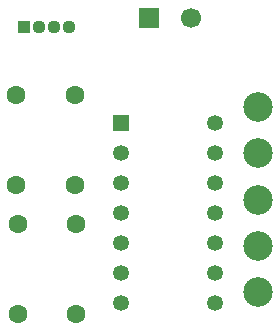
<source format=gbs>
%FSLAX33Y33*%
%MOMM*%
%ADD10C,1.6*%
%ADD11C,2.5*%
%ADD12R,1.35X1.35*%
%ADD13C,1.35*%
%ADD14R,1.7X1.7*%
%ADD15C,1.7*%
%ADD16R,1.11X1.11*%
%ADD17C,1.11*%
D10*
%LNbottom solder mask_traces*%
%LNbottom solder mask component c7744e5600d26988*%
G01*
X3950Y13140D03*
X3950Y20760D03*
%LNbottom solder mask component 4748f6f89c8109e0*%
D11*
X24400Y15900D03*
%LNbottom solder mask component 984487acf14f2a04*%
X24400Y7975D03*
%LNbottom solder mask component f9d875cb877cf273*%
D10*
X8900Y13140D03*
X8900Y20760D03*
%LNbottom solder mask component 97c4d0802fb8fad4*%
D11*
X24400Y11925D03*
%LNbottom solder mask component aaabee27c90a06a9*%
X24400Y4135D03*
%LNbottom solder mask component 22fb0f4d1f771101*%
D10*
X9000Y2265D03*
X9000Y9885D03*
%LNbottom solder mask component 5fb507646df7b499*%
D12*
X12831Y18445D03*
D13*
X12831Y15905D03*
X12831Y13365D03*
X12831Y10825D03*
X12831Y8285D03*
X12831Y5745D03*
X12831Y3205D03*
X20769Y3205D03*
X20769Y5745D03*
X20769Y8285D03*
X20769Y10825D03*
X20769Y13365D03*
X20769Y15905D03*
X20769Y18445D03*
%LNbottom solder mask component 5b78421b79674273*%
D14*
X15225Y27300D03*
D15*
X18725Y27300D03*
%LNbottom solder mask component d78364369f544818*%
D11*
X24400Y19775D03*
%LNbottom solder mask component 51f36aee92305af8*%
D16*
X4595Y26550D03*
D17*
X5865Y26550D03*
X7135Y26550D03*
X8405Y26550D03*
%LNbottom solder mask component df80b99157660698*%
D10*
X4075Y2265D03*
X4075Y9885D03*
M02*
</source>
